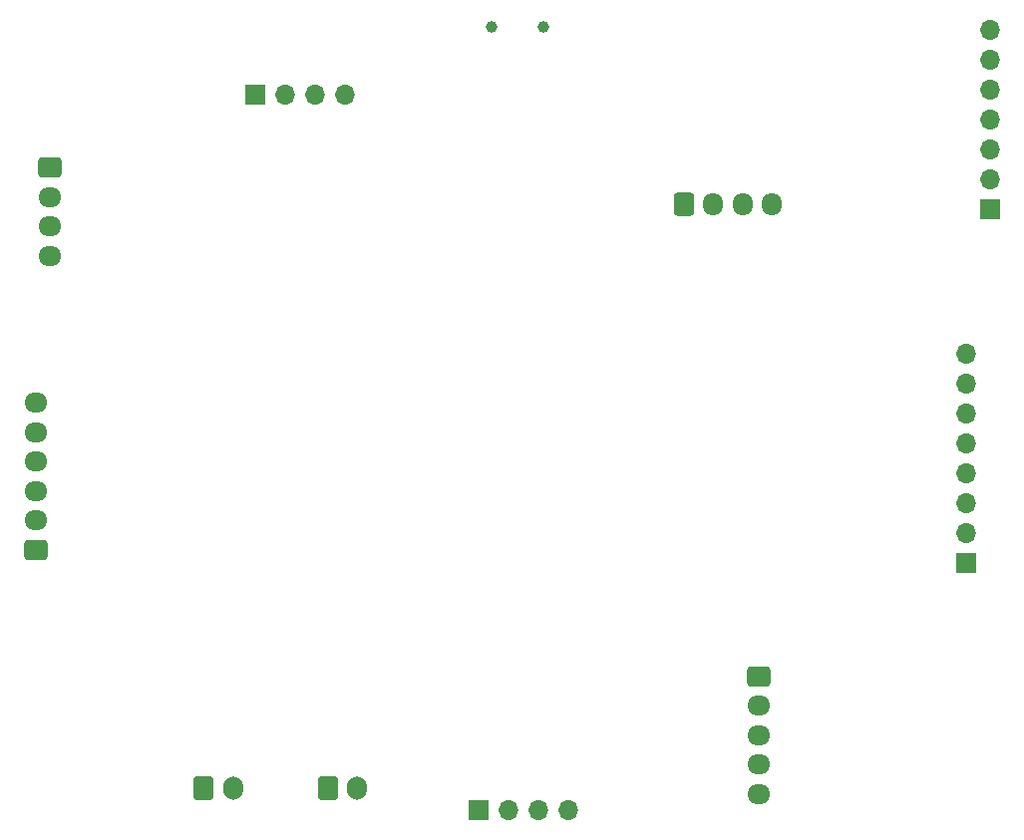
<source format=gbr>
%TF.GenerationSoftware,KiCad,Pcbnew,9.0.0*%
%TF.CreationDate,2025-05-06T13:44:15-06:00*%
%TF.ProjectId,2025_04_STM32F103_RobotBrain,32303235-5f30-4345-9f53-544d33324631,rev?*%
%TF.SameCoordinates,Original*%
%TF.FileFunction,Soldermask,Bot*%
%TF.FilePolarity,Negative*%
%FSLAX46Y46*%
G04 Gerber Fmt 4.6, Leading zero omitted, Abs format (unit mm)*
G04 Created by KiCad (PCBNEW 9.0.0) date 2025-05-06 13:44:15*
%MOMM*%
%LPD*%
G01*
G04 APERTURE LIST*
G04 Aperture macros list*
%AMRoundRect*
0 Rectangle with rounded corners*
0 $1 Rounding radius*
0 $2 $3 $4 $5 $6 $7 $8 $9 X,Y pos of 4 corners*
0 Add a 4 corners polygon primitive as box body*
4,1,4,$2,$3,$4,$5,$6,$7,$8,$9,$2,$3,0*
0 Add four circle primitives for the rounded corners*
1,1,$1+$1,$2,$3*
1,1,$1+$1,$4,$5*
1,1,$1+$1,$6,$7*
1,1,$1+$1,$8,$9*
0 Add four rect primitives between the rounded corners*
20,1,$1+$1,$2,$3,$4,$5,0*
20,1,$1+$1,$4,$5,$6,$7,0*
20,1,$1+$1,$6,$7,$8,$9,0*
20,1,$1+$1,$8,$9,$2,$3,0*%
G04 Aperture macros list end*
%ADD10O,1.700000X1.700000*%
%ADD11R,1.700000X1.700000*%
%ADD12RoundRect,0.250000X-0.600000X-0.750000X0.600000X-0.750000X0.600000X0.750000X-0.600000X0.750000X0*%
%ADD13O,1.700000X2.000000*%
%ADD14RoundRect,0.250000X-0.725000X0.600000X-0.725000X-0.600000X0.725000X-0.600000X0.725000X0.600000X0*%
%ADD15O,1.950000X1.700000*%
%ADD16O,1.700000X1.950000*%
%ADD17RoundRect,0.250000X-0.600000X-0.725000X0.600000X-0.725000X0.600000X0.725000X-0.600000X0.725000X0*%
%ADD18RoundRect,0.250000X0.725000X-0.600000X0.725000X0.600000X-0.725000X0.600000X-0.725000X-0.600000X0*%
%ADD19C,1.000000*%
G04 APERTURE END LIST*
D10*
%TO.C,J4*%
X123780000Y-40040000D03*
X121240000Y-40040000D03*
X118700000Y-40040000D03*
D11*
X116160000Y-40040000D03*
%TD*%
D12*
%TO.C,J6*%
X122300000Y-99000000D03*
D13*
X124800000Y-99000000D03*
%TD*%
D11*
%TO.C,J9*%
X178500000Y-49800000D03*
D10*
X178500000Y-47260000D03*
X178500000Y-44720000D03*
X178500000Y-42180000D03*
X178500000Y-39640000D03*
X178500000Y-37100000D03*
X178500000Y-34560000D03*
%TD*%
D14*
%TO.C,J8*%
X158900000Y-89500000D03*
D15*
X158900000Y-92000000D03*
X158900000Y-94500000D03*
X158900000Y-97000000D03*
X158900000Y-99500000D03*
%TD*%
D11*
%TO.C,J2*%
X176465000Y-79835000D03*
D10*
X176465000Y-77295000D03*
X176465000Y-74755000D03*
X176465000Y-72215000D03*
X176465000Y-69675000D03*
X176465000Y-67135000D03*
X176465000Y-64595000D03*
X176465000Y-62055000D03*
%TD*%
D14*
%TO.C,J11*%
X98720000Y-46270000D03*
D15*
X98720000Y-48770000D03*
X98720000Y-51270000D03*
X98720000Y-53770000D03*
%TD*%
D11*
%TO.C,J3*%
X135110000Y-100850000D03*
D10*
X137650000Y-100850000D03*
X140190000Y-100850000D03*
X142730000Y-100850000D03*
%TD*%
D16*
%TO.C,J7*%
X160010000Y-49370000D03*
X157510000Y-49370000D03*
X155010000Y-49370000D03*
D17*
X152510000Y-49370000D03*
%TD*%
D12*
%TO.C,J5*%
X111750000Y-98975000D03*
D13*
X114250000Y-98975000D03*
%TD*%
D18*
%TO.C,J10*%
X97510000Y-78760000D03*
D15*
X97510000Y-76260000D03*
X97510000Y-73760000D03*
X97510000Y-71260000D03*
X97510000Y-68760000D03*
X97510000Y-66260000D03*
%TD*%
D19*
%TO.C,J1*%
X140580000Y-34300000D03*
X136180000Y-34300000D03*
%TD*%
M02*

</source>
